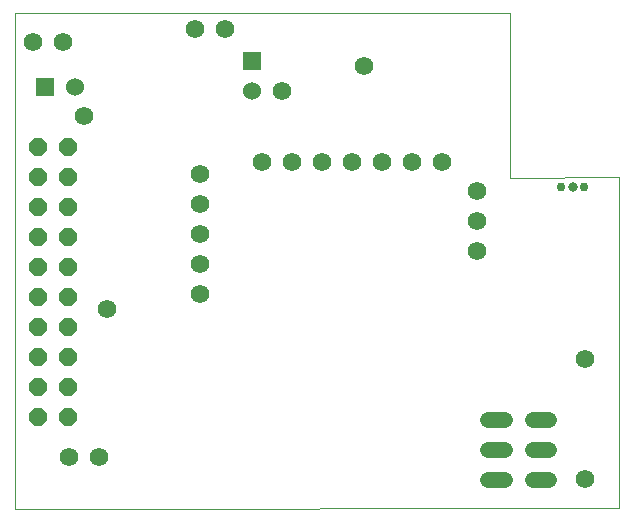
<source format=gbs>
G75*
G70*
%OFA0B0*%
%FSLAX24Y24*%
%IPPOS*%
%LPD*%
%AMOC8*
5,1,8,0,0,1.08239X$1,22.5*
%
%ADD10C,0.0000*%
%ADD11C,0.0620*%
%ADD12R,0.0600X0.0600*%
%ADD13C,0.0600*%
%ADD14OC8,0.0600*%
%ADD15C,0.0540*%
%ADD16C,0.0320*%
%ADD17C,0.0300*%
D10*
X002104Y001280D02*
X002104Y017815D01*
X018600Y017815D01*
X018600Y012307D01*
X022249Y012327D01*
X022249Y001300D01*
X002104Y001280D01*
D11*
X003904Y003000D03*
X004904Y003000D03*
X005180Y007938D03*
X008264Y008420D03*
X008264Y009420D03*
X008264Y010420D03*
X008264Y011420D03*
X008264Y012420D03*
X010324Y012820D03*
X011324Y012820D03*
X012324Y012820D03*
X013324Y012820D03*
X014324Y012820D03*
X015324Y012820D03*
X016324Y012820D03*
X017504Y011880D03*
X017504Y010880D03*
X017504Y009880D03*
X021104Y006280D03*
X021104Y002280D03*
X004404Y014357D03*
X003704Y016820D03*
X002704Y016820D03*
X008104Y017280D03*
X009104Y017280D03*
X010994Y015190D03*
X013724Y016040D03*
D12*
X009993Y016185D03*
X003104Y015337D03*
D13*
X004104Y015337D03*
X009993Y015185D03*
D14*
X003880Y013339D03*
X002880Y013339D03*
X002880Y012339D03*
X003880Y012339D03*
X003880Y011339D03*
X002880Y011339D03*
X002880Y010339D03*
X003880Y010339D03*
X003880Y009339D03*
X002880Y009339D03*
X002880Y008339D03*
X003880Y008339D03*
X003880Y007339D03*
X002880Y007339D03*
X002880Y006339D03*
X003880Y006339D03*
X003880Y005339D03*
X002880Y005339D03*
X002880Y004339D03*
X003880Y004339D03*
D15*
X017882Y004240D02*
X018422Y004240D01*
X019374Y004240D02*
X019914Y004240D01*
X019914Y003240D02*
X019374Y003240D01*
X018422Y003240D02*
X017882Y003240D01*
X017882Y002240D02*
X018422Y002240D01*
X019374Y002240D02*
X019914Y002240D01*
D16*
X020696Y011989D03*
D17*
X020312Y011989D03*
X021080Y011989D03*
M02*

</source>
